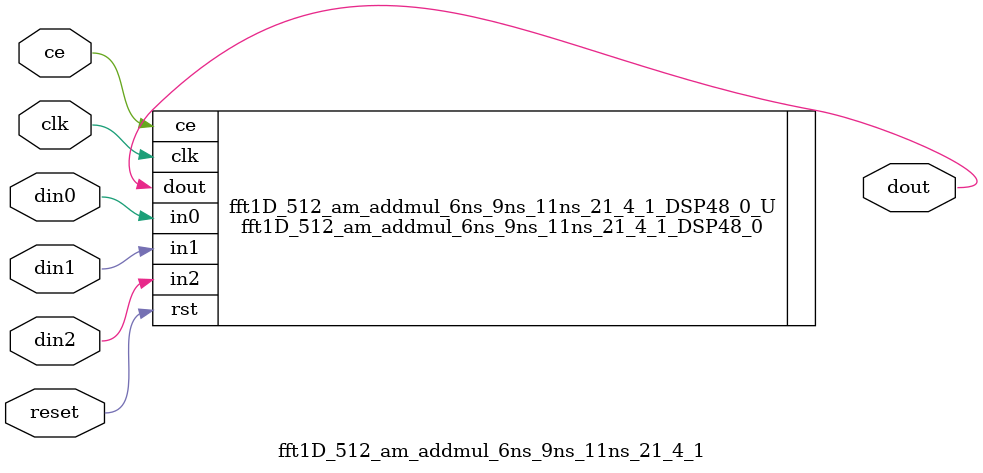
<source format=v>
module fft1D_512_am_addmul_6ns_9ns_11ns_21_4_1(clk,reset,ce,din0,din1,din2,dout); 
parameter ID = 32'd1;
parameter NUM_STAGE = 32'd1;
parameter din0_WIDTH = 32'd1;
parameter din1_WIDTH = 32'd1;
parameter din2_WIDTH = 32'd1;
parameter dout_WIDTH = 32'd1;
input clk;
input reset;
input ce;
input[din0_WIDTH - 1:0] din0;
input[din1_WIDTH - 1:0] din1;
input[din2_WIDTH - 1:0] din2;
output[dout_WIDTH - 1:0] dout;
fft1D_512_am_addmul_6ns_9ns_11ns_21_4_1_DSP48_0 fft1D_512_am_addmul_6ns_9ns_11ns_21_4_1_DSP48_0_U(.clk( clk ),.rst( reset ),.ce( ce ),.in0( din0 ),.in1( din1 ),.in2( din2 ),.dout( dout ));
endmodule
</source>
